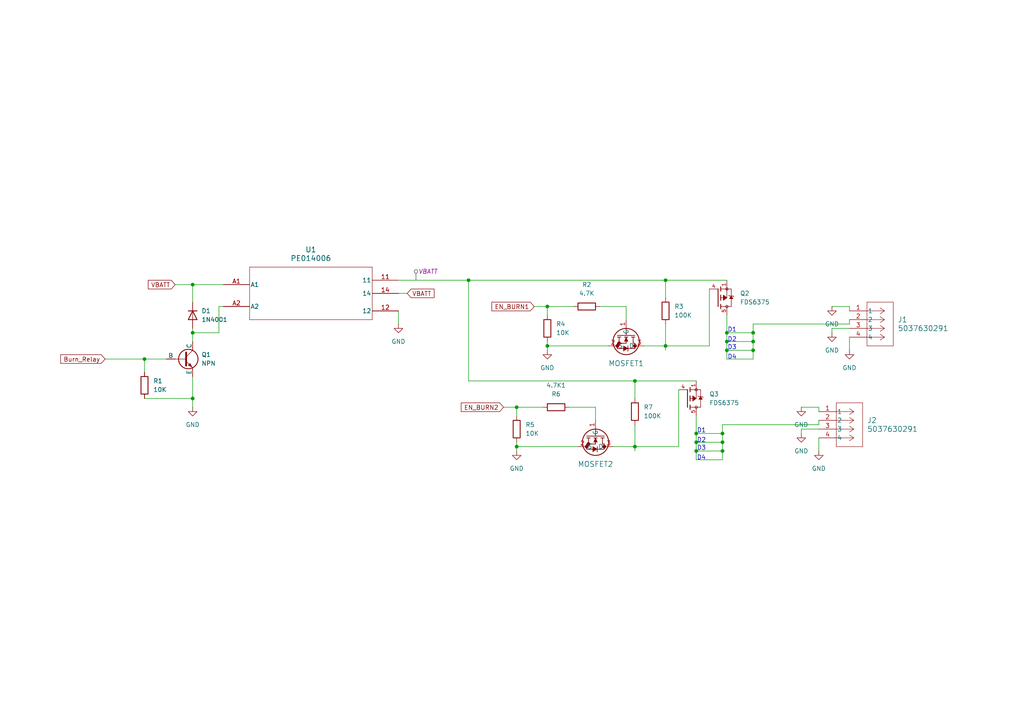
<source format=kicad_sch>
(kicad_sch (version 20231120) (generator "eeschema") (generator_version "8.0")
  (paper "A4")
  (title_block (title "Burn Circuit") (date "2024-09-10"))
  (lib_symbols
    (symbol "5037630291:5037630291" (pin_names (offset 0.254))
      (property "Reference" "J" (at 8.89 6.35 0))
      (property "Value" "5037630291" (at 0 0 0))
      (symbol "5037630291_1_1"
        (polyline (pts (xy 5.08 -10.16) (xy 12.7 -10.16)) (stroke (width 0.127)))
        (polyline (pts (xy 5.08 2.54) (xy 5.08 -10.16)) (stroke (width 0.127)))
        (polyline (pts (xy 10.16 -7.62) (xy 5.08 -7.62)) (stroke (width 0.127)))
        (polyline (pts (xy 10.16 -7.62) (xy 8.89 -8.4667)) (stroke (width 0.127)))
        (polyline (pts (xy 10.16 -7.62) (xy 8.89 -6.7733)) (stroke (width 0.127)))
        (polyline (pts (xy 10.16 -5.08) (xy 5.08 -5.08)) (stroke (width 0.127)))
        (polyline (pts (xy 10.16 -5.08) (xy 8.89 -5.9267)) (stroke (width 0.127)))
        (polyline (pts (xy 10.16 -5.08) (xy 8.89 -4.2333)) (stroke (width 0.127)))
        (polyline (pts (xy 10.16 -2.54) (xy 5.08 -2.54)) (stroke (width 0.127)))
        (polyline (pts (xy 10.16 -2.54) (xy 8.89 -3.3867)) (stroke (width 0.127)))
        (polyline (pts (xy 10.16 -2.54) (xy 8.89 -1.6933)) (stroke (width 0.127)))
        (polyline (pts (xy 10.16 0) (xy 5.08 0)) (stroke (width 0.127)))
        (polyline (pts (xy 10.16 0) (xy 8.89 -0.8467)) (stroke (width 0.127)))
        (polyline (pts (xy 10.16 0) (xy 8.89 0.8467)) (stroke (width 0.127)))
        (polyline (pts (xy 12.7 -10.16) (xy 12.7 2.54)) (stroke (width 0.127)))
        (polyline (pts (xy 12.7 2.54) (xy 5.08 2.54)) (stroke (width 0.127)))
        (pin unspecified line (at 0 0 0) (length 5.08) (name "1") (number "1"))
        (pin unspecified line (at 0 -2.54 0) (length 5.08) (name "2") (number "2"))
        (pin unspecified line (at 0 -5.08 0) (length 5.08) (name "3") (number "3"))
        (pin unspecified line (at 0 -7.62 0) (length 5.08) (name "4") (number "4"))
      )
      (symbol "5037630291_1_2"
        (polyline (pts (xy 5.08 -10.16) (xy 12.7 -10.16)) (stroke (width 0.127)))
        (polyline (pts (xy 5.08 2.54) (xy 5.08 -10.16)) (stroke (width 0.127)))
        (polyline (pts (xy 7.62 -7.62) (xy 5.08 -7.62)) (stroke (width 0.127)))
        (polyline (pts (xy 7.62 -7.62) (xy 8.89 -8.4667)) (stroke (width 0.127)))
        (polyline (pts (xy 7.62 -7.62) (xy 8.89 -6.7733)) (stroke (width 0.127)))
        (polyline (pts (xy 7.62 -5.08) (xy 5.08 -5.08)) (stroke (width 0.127)))
        (polyline (pts (xy 7.62 -5.08) (xy 8.89 -5.9267)) (stroke (width 0.127)))
        (polyline (pts (xy 7.62 -5.08) (xy 8.89 -4.2333)) (stroke (width 0.127)))
        (polyline (pts (xy 7.62 -2.54) (xy 5.08 -2.54)) (stroke (width 0.127)))
        (polyline (pts (xy 7.62 -2.54) (xy 8.89 -3.3867)) (stroke (width 0.127)))
        (polyline (pts (xy 7.62 -2.54) (xy 8.89 -1.6933)) (stroke (width 0.127)))
        (polyline (pts (xy 7.62 0) (xy 5.08 0)) (stroke (width 0.127)))
        (polyline (pts (xy 7.62 0) (xy 8.89 -0.8467)) (stroke (width 0.127)))
        (polyline (pts (xy 7.62 0) (xy 8.89 0.8467)) (stroke (width 0.127)))
        (polyline (pts (xy 12.7 -10.16) (xy 12.7 2.54)) (stroke (width 0.127)))
        (polyline (pts (xy 12.7 2.54) (xy 5.08 2.54)) (stroke (width 0.127)))
        (pin unspecified line (at 0 0 0) (length 5.08) (name "1") (number "1"))
        (pin unspecified line (at 0 -2.54 0) (length 5.08) (name "2") (number "2"))
        (pin unspecified line (at 0 -5.08 0) (length 5.08) (name "3") (number "3"))
        (pin unspecified line (at 0 -7.62 0) (length 5.08) (name "4") (number "4"))
      )
    )
    (symbol "Device:R" (pin_numbers hide) (pin_names (offset 0))
      (property "Reference" "R" (at 2.032 0 90))
      (property "Value" "R" (at 0 0 90))
      (symbol "R_0_1"
        (rectangle (start -1.016 -2.54) (end 1.016 2.54) (stroke (width 0.254)))
      )
      (symbol "R_1_1"
        (pin passive line (at 0 3.81 270) (length 1.27) (name "~") (number "1"))
        (pin passive line (at 0 -3.81 90) (length 1.27) (name "~") (number "2"))
      )
    )
    (symbol "Diode:1N4001" (pin_numbers hide) (pin_names hide)
      (property "Reference" "D" (at 0 2.54 0))
      (property "Value" "1N4001" (at 0 -2.54 0))
      (symbol "1N4001_0_1"
        (polyline (pts (xy -1.27 1.27) (xy -1.27 -1.27)) (stroke (width 0.254)))
        (polyline (pts (xy 1.27 0) (xy -1.27 0)))
        (polyline (pts (xy 1.27 1.27) (xy 1.27 -1.27) (xy -1.27 0) (xy 1.27 1.27)) (stroke (width 0.254)))
      )
      (symbol "1N4001_1_1"
        (pin passive line (at -3.81 0 0) (length 2.54) (name "K") (number "1"))
        (pin passive line (at 3.81 0 180) (length 2.54) (name "A") (number "2"))
      )
    )
    (symbol "FDS6375:FDS6375" (pin_names (offset 1.016))
      (property "Reference" "Q" (at -8.89 3.81 0))
      (property "Value" "FDS6375" (at -8.89 -6.35 0))
      (symbol "FDS6375_0_0"
        (polyline (pts (xy 0 -2.54) (xy 0 2.54)) (stroke (width 0.254)))
        (polyline (pts (xy 0.762 -3.175) (xy 0.762 -2.54)) (stroke (width 0.254)))
        (polyline (pts (xy 0.762 -2.54) (xy 0.762 -1.905)) (stroke (width 0.254)))
        (polyline (pts (xy 0.762 -2.54) (xy 3.81 -2.54)) (stroke (width 0.1524)))
        (polyline (pts (xy 0.762 -0.762) (xy 0.762 0)) (stroke (width 0.254)))
        (polyline (pts (xy 0.762 0) (xy 0.762 0.762)) (stroke (width 0.254)))
        (polyline (pts (xy 0.762 0) (xy 2.54 0)) (stroke (width 0.1524)))
        (polyline (pts (xy 0.762 1.905) (xy 0.762 2.54)) (stroke (width 0.254)))
        (polyline (pts (xy 0.762 2.54) (xy 0.762 3.175)) (stroke (width 0.254)))
        (polyline (pts (xy 2.54 0) (xy 2.54 2.54)) (stroke (width 0.1524)))
        (polyline (pts (xy 2.54 2.54) (xy 0.762 2.54)) (stroke (width 0.1524)))
        (polyline (pts (xy 2.54 2.54) (xy 3.81 2.54)) (stroke (width 0.1524)))
        (polyline (pts (xy 3.048 0.762) (xy 3.302 0.508)) (stroke (width 0.1524)))
        (polyline (pts (xy 3.302 0.508) (xy 3.81 0.508)) (stroke (width 0.1524)))
        (polyline (pts (xy 3.81 -2.54) (xy 3.81 0.508)) (stroke (width 0.1524)))
        (polyline (pts (xy 3.81 0.508) (xy 3.81 2.54)) (stroke (width 0.1524)))
        (polyline (pts (xy 3.81 0.508) (xy 4.318 0.508)) (stroke (width 0.1524)))
        (polyline (pts (xy 4.318 0.508) (xy 4.572 0.254)) (stroke (width 0.1524)))
        (polyline (pts (xy 2.54 0) (xy 1.524 0.762) (xy 1.524 -0.762) (xy 2.54 0)) (stroke (width 0.1524)) (fill (type outline)))
        (polyline (pts (xy 3.81 0.508) (xy 4.318 -0.254) (xy 3.302 -0.254) (xy 3.81 0.508)) (stroke (width 0.1524)) (fill (type outline)))
        (circle (center 2.54 -2.54) (radius 0.3592))
        (circle (center 2.54 2.54) (radius 0.3592))
        (pin passive line (at 2.54 5.08 270) (length 2.54) (name "~") (number "1"))
        (pin passive line (at -2.54 2.54 0) (length 2.54) (name "~") (number "4"))
        (pin passive line (at 2.54 -5.08 90) (length 2.54) (name "~") (number "5"))
      )
    )
    (symbol "IRLML2803:IRLML2803TRPBF" (pin_names (offset 0.254))
      (property "Reference" "MOSFET" (at 11.43 1.905 0))
      (property "Value" "IRLML2803TRPBF" (at 11.43 -2.54 0))
      (symbol "IRLML2803TRPBF_0_1"
        (polyline (pts (xy 2.54 0) (xy 4.445 0)) (stroke (width 0.2032)))
        (polyline (pts (xy 4.572 -2.54) (xy 4.572 2.54)) (stroke (width 0.2032)))
        (polyline (pts (xy 5.08 -2.54) (xy 5.08 -1.524)) (stroke (width 0.2032)))
        (polyline (pts (xy 5.08 -2.032) (xy 6.858 -2.032)) (stroke (width 0.2032)))
        (polyline (pts (xy 5.08 -0.508) (xy 5.08 0.508)) (stroke (width 0.2032)))
        (polyline (pts (xy 5.08 1.524) (xy 5.08 2.54)) (stroke (width 0.2032)))
        (polyline (pts (xy 5.08 2.032) (xy 6.858 2.032)) (stroke (width 0.2032)))
        (polyline (pts (xy 6.35 0) (xy 6.858 0)) (stroke (width 0.2032)))
        (polyline (pts (xy 6.858 -2.54) (xy 6.858 0)) (stroke (width 0.2032)))
        (polyline (pts (xy 6.858 -2.54) (xy 8.382 -2.54)) (stroke (width 0.2032)))
        (polyline (pts (xy 6.858 2.032) (xy 6.858 2.54)) (stroke (width 0.2032)))
        (polyline (pts (xy 6.858 2.54) (xy 8.382 2.54)) (stroke (width 0.2032)))
        (polyline (pts (xy 8.382 -2.54) (xy 8.382 -0.762)) (stroke (width 0.2032)))
        (polyline (pts (xy 8.382 0.508) (xy 8.382 2.54)) (stroke (width 0.2032)))
        (polyline (pts (xy 9.144 0.508) (xy 7.62 0.508)) (stroke (width 0.2032)))
        (polyline (pts (xy 6.35 0.508) (xy 5.08 0) (xy 6.35 -0.508)) (fill (type outline)))
        (polyline (pts (xy 9.144 -0.762) (xy 7.62 -0.762) (xy 8.382 0.508)) (fill (type outline)))
        (circle (center 6.35 0) (radius 3.81) (stroke (width 0.254)))
        (circle (center 6.858 -2.032) (radius 0.0254) (stroke (width 0.508)))
        (circle (center 7.62 -2.54) (radius 0.0254) (stroke (width 0.508)))
        (circle (center 7.62 2.54) (radius 0.0254) (stroke (width 0.508)))
        (pin unspecified line (at 0 0 0) (length 2.54) (name "G") (number "1"))
        (pin unspecified line (at 7.62 -5.08 90) (length 2.54) (name "S") (number "2"))
        (pin unspecified line (at 7.62 5.08 270) (length 2.54) (name "D") (number "3"))
      )
    )
    (symbol "PE014006:PE014006" (pin_names (offset 0.254))
      (property "Reference" "U" (at 25.4 10.16 0))
      (property "Value" "PE014006" (at 25.4 7.62 0))
      (symbol "PE014006_0_1"
        (polyline (pts (xy 7.62 -10.16) (xy 43.18 -10.16)) (stroke (width 0.127)))
        (polyline (pts (xy 7.62 5.08) (xy 7.62 -10.16)) (stroke (width 0.127)))
        (polyline (pts (xy 43.18 -10.16) (xy 43.18 5.08)) (stroke (width 0.127)))
        (polyline (pts (xy 43.18 5.08) (xy 7.62 5.08)) (stroke (width 0.127)))
        (pin unspecified line (at 50.8 1.27 180) (length 7.62) (name "11") (number "11"))
        (pin unspecified line (at 0 0 0) (length 7.62) (name "A1") (number "A1"))
        (pin unspecified line (at 0 -6.35 0) (length 7.62) (name "A2") (number "A2"))
      )
      (symbol "PE014006_1_1"
        (pin unspecified line (at 50.8 -7.62 180) (length 7.62) (name "12") (number "12"))
        (pin unspecified line (at 50.8 -2.54 180) (length 7.62) (name "14") (number "14"))
      )
    )
    (symbol "Simulation_SPICE:NPN" (pin_numbers hide) (pin_names (offset 0))
      (property "Reference" "Q" (at -2.54 7.62 0))
      (property "Value" "NPN" (at -2.54 5.08 0))
      (symbol "NPN_0_1"
        (polyline (pts (xy -2.54 0) (xy 0.635 0)) (stroke (width 0.1524)))
        (polyline (pts (xy 0.635 0.635) (xy 2.54 2.54)))
        (polyline (pts (xy 2.794 -1.27) (xy 2.794 -1.27)) (stroke (width 0.1524)))
        (polyline (pts (xy 2.794 -1.27) (xy 2.794 -1.27)) (stroke (width 0.1524)))
        (polyline (pts (xy 0.635 -0.635) (xy 2.54 -2.54) (xy 2.54 -2.54)))
        (polyline (pts (xy 0.635 1.905) (xy 0.635 -1.905) (xy 0.635 -1.905)) (stroke (width 0.508)))
        (polyline (pts (xy 1.27 -1.778) (xy 1.778 -1.27) (xy 2.286 -2.286) (xy 1.27 -1.778) (xy 1.27 -1.778)) (fill (type outline)))
        (circle (center 1.27 0) (radius 2.8194) (stroke (width 0.254)))
      )
      (symbol "NPN_1_1"
        (pin open_collector line (at 2.54 5.08 270) (length 2.54) (name "C") (number "1"))
        (pin input line (at -5.08 0 0) (length 2.54) (name "B") (number "2"))
        (pin open_emitter line (at 2.54 -5.08 90) (length 2.54) (name "E") (number "3"))
      )
    )
    (symbol "power:GND" (power) (pin_numbers hide) (pin_names (offset 0) hide)
      (property "Value" "GND" (at 0 -3.81 0))
      (symbol "GND_0_1"
        (polyline (pts (xy 0 0) (xy 0 -1.27) (xy 1.27 -1.27) (xy 0 -2.54) (xy -1.27 -1.27) (xy 0 -1.27)))
      )
      (symbol "GND_1_1"
        (pin power_in line (at 0 0 270) (length 0) (name "~") (number "1"))
      )
    )
  )
  (junction (at 149.86 118.11))
  (junction (at 41.91 104.14))
  (junction (at 184.15 110.49))
  (junction (at 201.93 130.81))
  (junction (at 210.82 101.6))
  (junction (at 149.86 129.54))
  (junction (at 218.44 96.52))
  (junction (at 184.15 129.54))
  (junction (at 209.55 125.73))
  (junction (at 135.89 81.28))
  (junction (at 209.55 128.27))
  (junction (at 209.55 130.81))
  (junction (at 201.93 128.27))
  (junction (at 210.82 99.06))
  (junction (at 218.44 101.6))
  (junction (at 193.04 100.33))
  (junction (at 218.44 99.06))
  (junction (at 158.75 100.33))
  (junction (at 55.88 96.52))
  (junction (at 201.93 125.73))
  (junction (at 210.82 96.52))
  (junction (at 55.88 82.55))
  (junction (at 55.88 115.57))
  (junction (at 193.04 81.28))
  (junction (at 158.75 88.9))
  (wire (pts (xy 184.15 110.49) (xy 184.15 115.57)))
  (wire (pts (xy 210.82 96.52) (xy 218.44 96.52)))
  (wire (pts (xy 237.49 123.19) (xy 237.49 121.92)))
  (wire (pts (xy 193.04 100.33) (xy 205.74 100.33)))
  (wire (pts (xy 55.88 99.06) (xy 55.88 96.52)))
  (wire (pts (xy 158.75 99.06) (xy 158.75 100.33)))
  (wire (pts (xy 50.8 82.55) (xy 55.88 82.55)))
  (wire (pts (xy 41.91 115.57) (xy 55.88 115.57)))
  (wire (pts (xy 184.15 129.54) (xy 196.85 129.54)))
  (wire (pts (xy 149.86 129.54) (xy 167.64 129.54)))
  (wire (pts (xy 135.89 81.28) (xy 193.04 81.28)))
  (wire (pts (xy 154.94 88.9) (xy 158.75 88.9)))
  (wire (pts (xy 184.15 110.49) (xy 201.93 110.49)))
  (wire (pts (xy 237.49 127) (xy 237.49 130.81)))
  (wire (pts (xy 149.86 129.54) (xy 149.86 130.81)))
  (wire (pts (xy 193.04 81.28) (xy 210.82 81.28)))
  (wire (pts (xy 210.82 104.14) (xy 218.44 104.14)))
  (wire (pts (xy 210.82 101.6) (xy 218.44 101.6)))
  (wire (pts (xy 201.93 125.73) (xy 201.93 128.27)))
  (wire (pts (xy 209.55 133.35) (xy 209.55 130.81)))
  (wire (pts (xy 184.15 130.81) (xy 184.15 129.54)))
  (wire (pts (xy 135.89 81.28) (xy 135.89 110.49)))
  (wire (pts (xy 237.49 118.11) (xy 232.41 118.11)))
  (wire (pts (xy 146.05 118.11) (xy 149.86 118.11)))
  (wire (pts (xy 210.82 96.52) (xy 210.82 99.06)))
  (wire (pts (xy 135.89 110.49) (xy 184.15 110.49)))
  (wire (pts (xy 246.38 95.25) (xy 241.3 95.25)))
  (wire (pts (xy 63.5 88.9) (xy 64.77 88.9)))
  (wire (pts (xy 210.82 99.06) (xy 210.82 101.6)))
  (wire (pts (xy 218.44 96.52) (xy 218.44 93.98)))
  (wire (pts (xy 232.41 124.46) (xy 232.41 125.73)))
  (wire (pts (xy 165.1 118.11) (xy 172.72 118.11)))
  (wire (pts (xy 118.11 85.09) (xy 115.57 85.09)))
  (wire (pts (xy 55.88 87.63) (xy 55.88 82.55)))
  (wire (pts (xy 41.91 104.14) (xy 41.91 107.95)))
  (wire (pts (xy 246.38 93.98) (xy 246.38 92.71)))
  (wire (pts (xy 158.75 88.9) (xy 166.37 88.9)))
  (wire (pts (xy 201.93 130.81) (xy 209.55 130.81)))
  (wire (pts (xy 55.88 109.22) (xy 55.88 115.57)))
  (wire (pts (xy 218.44 104.14) (xy 218.44 101.6)))
  (wire (pts (xy 181.61 88.9) (xy 181.61 92.71)))
  (wire (pts (xy 241.3 95.25) (xy 241.3 96.52)))
  (wire (pts (xy 210.82 101.6) (xy 210.82 104.14)))
  (wire (pts (xy 201.93 133.35) (xy 209.55 133.35)))
  (wire (pts (xy 218.44 101.6) (xy 218.44 99.06)))
  (wire (pts (xy 158.75 100.33) (xy 158.75 101.6)))
  (wire (pts (xy 246.38 88.9) (xy 241.3 88.9)))
  (wire (pts (xy 158.75 100.33) (xy 176.53 100.33)))
  (wire (pts (xy 184.15 123.19) (xy 184.15 129.54)))
  (wire (pts (xy 158.75 91.44) (xy 158.75 88.9)))
  (wire (pts (xy 209.55 123.19) (xy 237.49 123.19)))
  (wire (pts (xy 63.5 96.52) (xy 63.5 88.9)))
  (wire (pts (xy 55.88 96.52) (xy 63.5 96.52)))
  (wire (pts (xy 173.99 88.9) (xy 181.61 88.9)))
  (wire (pts (xy 237.49 124.46) (xy 232.41 124.46)))
  (wire (pts (xy 237.49 119.38) (xy 237.49 118.11)))
  (wire (pts (xy 55.88 82.55) (xy 64.77 82.55)))
  (wire (pts (xy 48.26 104.14) (xy 41.91 104.14)))
  (wire (pts (xy 115.57 81.28) (xy 135.89 81.28)))
  (wire (pts (xy 55.88 118.11) (xy 55.88 115.57)))
  (wire (pts (xy 218.44 99.06) (xy 218.44 96.52)))
  (wire (pts (xy 177.8 129.54) (xy 184.15 129.54)))
  (wire (pts (xy 149.86 128.27) (xy 149.86 129.54)))
  (wire (pts (xy 149.86 120.65) (xy 149.86 118.11)))
  (wire (pts (xy 196.85 129.54) (xy 196.85 113.03)))
  (wire (pts (xy 218.44 93.98) (xy 246.38 93.98)))
  (wire (pts (xy 205.74 100.33) (xy 205.74 83.82)))
  (wire (pts (xy 246.38 90.17) (xy 246.38 88.9)))
  (wire (pts (xy 186.69 100.33) (xy 193.04 100.33)))
  (wire (pts (xy 201.93 120.65) (xy 201.93 125.73)))
  (wire (pts (xy 193.04 93.98) (xy 193.04 100.33)))
  (wire (pts (xy 209.55 128.27) (xy 209.55 125.73)))
  (wire (pts (xy 209.55 130.81) (xy 209.55 128.27)))
  (wire (pts (xy 30.48 104.14) (xy 41.91 104.14)))
  (wire (pts (xy 115.57 90.17) (xy 115.57 93.98)))
  (wire (pts (xy 201.93 128.27) (xy 201.93 130.81)))
  (wire (pts (xy 55.88 96.52) (xy 55.88 95.25)))
  (wire (pts (xy 210.82 91.44) (xy 210.82 96.52)))
  (wire (pts (xy 201.93 130.81) (xy 201.93 133.35)))
  (wire (pts (xy 193.04 101.6) (xy 193.04 100.33)))
  (wire (pts (xy 149.86 118.11) (xy 157.48 118.11)))
  (wire (pts (xy 246.38 97.79) (xy 246.38 101.6)))
  (wire (pts (xy 172.72 118.11) (xy 172.72 121.92)))
  (wire (pts (xy 210.82 99.06) (xy 218.44 99.06)))
  (wire (pts (xy 209.55 125.73) (xy 209.55 123.19)))
  (wire (pts (xy 193.04 81.28) (xy 193.04 86.36)))
  (wire (pts (xy 201.93 125.73) (xy 209.55 125.73)))
  (wire (pts (xy 201.93 128.27) (xy 209.55 128.27)))
  (text "D4\n" (at 203.454 132.842 0) (effects (font (size 1.27 1.27))))
  (text "D4\n" (at 212.344 103.632 0) (effects (font (size 1.27 1.27))))
  (text "D3\n" (at 203.454 130.048 0) (effects (font (size 1.27 1.27))))
  (text "D1\n" (at 203.454 124.968 0) (effects (font (size 1.27 1.27))))
  (text "D3\n" (at 212.344 100.838 0) (effects (font (size 1.27 1.27))))
  (text "D2\n" (at 203.454 127.762 0) (effects (font (size 1.27 1.27))))
  (text "D1\n" (at 212.344 95.758 0) (effects (font (size 1.27 1.27))))
  (text "D2\n" (at 212.344 98.552 0) (effects (font (size 1.27 1.27))))
  (global_label "EN_BURN1" (shape input) (at 154.94 88.9 180) (property "Intersheetrefs" "${INTERSHEET_REFS}" (effects (hide yes))))
  (global_label "VBATT" (shape input) (at 118.11 85.09 0) (property "Intersheetrefs" "${INTERSHEET_REFS}" (effects (hide yes))))
  (global_label "VBATT" (shape input) (at 50.8 82.55 180) (property "Intersheetrefs" "${INTERSHEET_REFS}" (effects (hide yes))))
  (global_label "Burn_Relay" (shape input) (at 30.48 104.14 180) (property "Intersheetrefs" "${INTERSHEET_REFS}" (effects (hide yes))))
  (global_label "EN_BURN2" (shape input) (at 146.05 118.11 180) (property "Intersheetrefs" "${INTERSHEET_REFS}" (effects (hide yes))))
  (netclass_flag "" (length 2.54) (shape round) (at 120.65 81.28 0) (property "Netclass" "VBATT" (at 121.3485 78.74 0) (effects (font (italic yes)) (justify left))))
  (symbol (lib_id "Device:R") (at 149.86 124.46 0) (unit 1)
    (property "Reference" "R5" (at 152.4 123.1899 0) (effects (justify left)))
    (property "Value" "10K" (at 152.4 125.7299 0) (effects (justify left)))
    (property "Footprint" "Resistor_THT:R_Axial_DIN0204_L3.6mm_D1.6mm_P7.62mm_Horizontal" (effects (hide yes)))
    (property "Description" "Resistor" (effects (hide yes)))
  )
  (symbol (lib_id "power:GND") (at 158.75 101.6 0) (unit 1)
    (property "Reference" "#PWR03" (effects (hide yes)))
    (property "Value" "GND" (at 158.75 106.68 0))
    (property "Description" "Power symbol creates a global label with name \"GND\" , ground" (effects (hide yes)))
  )
  (symbol (lib_id "FDS6375:FDS6375") (at 199.39 115.57 0) (unit 1)
    (property "Reference" "Q3" (at 205.74 114.2999 0) (effects (justify left)))
    (property "Value" "FDS6375" (at 205.74 116.8399 0) (effects (justify left)))
    (property "Footprint" "FDS6375 (1):SOIC127P600X175-8N" (effects (hide yes)))
    (property "PARTREV" "24 AUG 2017" (effects (hide yes)))
    (property "STANDARD" "IPC 7351B" (effects (hide yes)))
    (property "MAXIMUM_PACKAGE_HEIGHT" "1.75 mm" (effects (hide yes)))
    (property "MANUFACTURER" "ON Semiconductor" (effects (hide yes)))
  )
  (symbol (lib_id "power:GND") (at 237.49 130.81 0) (unit 1)
    (property "Reference" "#PWR010" (effects (hide yes)))
    (property "Value" "GND" (at 237.49 135.89 0))
    (property "Description" "Power symbol creates a global label with name \"GND\" , ground" (effects (hide yes)))
  )
  (symbol (lib_id "power:GND") (at 241.3 88.9 0) (unit 1)
    (property "Reference" "#PWR05" (effects (hide yes)))
    (property "Value" "GND" (at 241.3 93.98 0))
    (property "Description" "Power symbol creates a global label with name \"GND\" , ground" (effects (hide yes)))
  )
  (symbol (lib_id "power:GND") (at 246.38 101.6 0) (unit 1)
    (property "Reference" "#PWR07" (effects (hide yes)))
    (property "Value" "GND" (at 246.38 106.68 0))
    (property "Description" "Power symbol creates a global label with name \"GND\" , ground" (effects (hide yes)))
  )
  (symbol (lib_id "Device:R") (at 41.91 111.76 0) (unit 1)
    (property "Reference" "R1" (at 44.45 110.4899 0) (effects (justify left)))
    (property "Value" "10K" (at 44.45 113.0299 0) (effects (justify left)))
    (property "Footprint" "Resistor_THT:R_Axial_DIN0207_L6.3mm_D2.5mm_P10.16mm_Horizontal" (effects (hide yes)))
    (property "Description" "Resistor" (effects (hide yes)))
  )
  (symbol (lib_id "power:GND") (at 55.88 118.11 0) (unit 1)
    (property "Reference" "#PWR01" (effects (hide yes)))
    (property "Value" "GND" (at 55.88 123.19 0))
    (property "Description" "Power symbol creates a global label with name \"GND\" , ground" (effects (hide yes)))
  )
  (symbol (lib_id "power:GND") (at 149.86 130.81 0) (unit 1)
    (property "Reference" "#PWR04" (effects (hide yes)))
    (property "Value" "GND" (at 149.86 135.89 0))
    (property "Description" "Power symbol creates a global label with name \"GND\" , ground" (effects (hide yes)))
  )
  (symbol (lib_id "power:GND") (at 232.41 125.73 0) (unit 1)
    (property "Reference" "#PWR09" (effects (hide yes)))
    (property "Value" "GND" (at 232.41 130.81 0))
    (property "Description" "Power symbol creates a global label with name \"GND\" , ground" (effects (hide yes)))
  )
  (symbol (lib_id "Device:R") (at 184.15 119.38 0) (unit 1)
    (property "Reference" "R7" (at 186.69 118.1099 0) (effects (justify left)))
    (property "Value" "100K" (at 186.69 120.6499 0) (effects (justify left)))
    (property "Footprint" "100K resistor:YAG_RSF100_YAG" (effects (hide yes)))
    (property "Description" "Resistor" (effects (hide yes)))
  )
  (symbol (lib_id "Device:R") (at 161.29 118.11 90) (unit 1)
    (property "Reference" "4.7K1" (at 161.29 111.76 90))
    (property "Value" "R6" (at 161.29 114.3 90))
    (property "Footprint" "Resistor_THT:R_Axial_DIN0204_L3.6mm_D1.6mm_P7.62mm_Horizontal" (effects (hide yes)))
    (property "Description" "Resistor" (effects (hide yes)))
  )
  (symbol (lib_id "power:GND") (at 241.3 96.52 0) (unit 1)
    (property "Reference" "#PWR06" (effects (hide yes)))
    (property "Value" "GND" (at 241.3 101.6 0))
    (property "Description" "Power symbol creates a global label with name \"GND\" , ground" (effects (hide yes)))
  )
  (symbol (lib_id "Device:R") (at 193.04 90.17 0) (unit 1)
    (property "Reference" "R3" (at 195.58 88.8999 0) (effects (justify left)))
    (property "Value" "100K" (at 195.58 91.4399 0) (effects (justify left)))
    (property "Footprint" "100K resistor:YAG_RSF100_YAG" (effects (hide yes)))
    (property "Description" "Resistor" (effects (hide yes)))
  )
  (symbol (lib_id "5037630291:5037630291") (at 237.49 119.38 0) (unit 1)
    (property "Reference" "J2" (at 251.46 121.9199 0) (effects (font (size 1.524 1.524)) (justify left)))
    (property "Value" "5037630291" (at 251.46 124.4599 0) (effects (font (size 1.524 1.524)) (justify left)))
    (property "Footprint" "5037630291:CON_5037630291" (effects (hide yes)))
    (property "Datasheet" "5037630291" (effects (hide yes)))
  )
  (symbol (lib_id "Diode:1N4001") (at 55.88 91.44 270) (unit 1)
    (property "Reference" "D1" (at 58.42 90.1699 90) (effects (justify left)))
    (property "Value" "1N4001" (at 58.42 92.7099 90) (effects (justify left)))
    (property "Footprint" "Diode_THT:D_DO-41_SOD81_P10.16mm_Horizontal" (effects (hide yes)))
    (property "Datasheet" "http://www.vishay.com/docs/88503/1n4001.pdf" (effects (hide yes)))
    (property "Description" "50V 1A General Purpose Rectifier Diode, DO-41" (effects (hide yes)))
    (property "Sim.Device" "D" (effects (hide yes)))
    (property "Sim.Pins" "1=K 2=A" (effects (hide yes)))
  )
  (symbol (lib_id "power:GND") (at 232.41 118.11 0) (unit 1)
    (property "Reference" "#PWR08" (effects (hide yes)))
    (property "Value" "GND" (at 232.41 123.19 0))
    (property "Description" "Power symbol creates a global label with name \"GND\" , ground" (effects (hide yes)))
  )
  (symbol (lib_id "5037630291:5037630291") (at 246.38 90.17 0) (unit 1)
    (property "Reference" "J1" (at 260.35 92.7099 0) (effects (font (size 1.524 1.524)) (justify left)))
    (property "Value" "5037630291" (at 260.35 95.2499 0) (effects (font (size 1.524 1.524)) (justify left)))
    (property "Footprint" "5037630291:CON_5037630291" (effects (hide yes)))
    (property "Datasheet" "5037630291" (effects (hide yes)))
  )
  (symbol (lib_id "IRLML2803:IRLML2803TRPBF") (at 172.72 121.92 270) (unit 1)
    (property "Reference" "MOSFET2" (at 172.72 134.62 90) (effects (font (size 1.524 1.524))))
    (property "Value" "IRLML2803TRPBF" (effects (hide yes)))
    (property "Footprint" "MICRO3_SOT-23_INF" (effects (hide yes)))
    (property "Datasheet" "IRLML2803TRPBF" (effects (hide yes)))
  )
  (symbol (lib_id "power:GND") (at 115.57 93.98 0) (unit 1)
    (property "Reference" "#PWR02" (effects (hide yes)))
    (property "Value" "GND" (at 115.57 99.06 0))
    (property "Description" "Power symbol creates a global label with name \"GND\" , ground" (effects (hide yes)))
  )
  (symbol (lib_id "Device:R") (at 158.75 95.25 0) (unit 1)
    (property "Reference" "R4" (at 161.29 93.9799 0) (effects (justify left)))
    (property "Value" "10K" (at 161.29 96.5199 0) (effects (justify left)))
    (property "Footprint" "Resistor_THT:R_Axial_DIN0204_L3.6mm_D1.6mm_P7.62mm_Horizontal" (effects (hide yes)))
    (property "Description" "Resistor" (effects (hide yes)))
  )
  (symbol (lib_id "FDS6375:FDS6375") (at 208.28 86.36 0) (unit 1)
    (property "Reference" "Q2" (at 214.63 85.0899 0) (effects (justify left)))
    (property "Value" "FDS6375" (at 214.63 87.6299 0) (effects (justify left)))
    (property "Footprint" "FDS6375 (1):SOIC127P600X175-8N" (effects (hide yes)))
    (property "PARTREV" "24 AUG 2017" (effects (hide yes)))
    (property "STANDARD" "IPC 7351B" (effects (hide yes)))
    (property "MAXIMUM_PACKAGE_HEIGHT" "1.75 mm" (effects (hide yes)))
    (property "MANUFACTURER" "ON Semiconductor" (effects (hide yes)))
  )
  (symbol (lib_id "IRLML2803:IRLML2803TRPBF") (at 181.61 92.71 270) (unit 1)
    (property "Reference" "MOSFET1" (at 181.61 105.41 90) (effects (font (size 1.524 1.524))))
    (property "Value" "IRLML2803TRPBF" (effects (hide yes)))
    (property "Footprint" "MICRO3_SOT-23_INF" (effects (hide yes)))
    (property "Datasheet" "IRLML2803TRPBF" (effects (hide yes)))
  )
  (symbol (lib_id "Device:R") (at 170.18 88.9 90) (unit 1)
    (property "Reference" "R2" (at 170.18 82.55 90))
    (property "Value" "4.7K" (at 170.18 85.09 90))
    (property "Footprint" "Resistor_THT:R_Axial_DIN0204_L3.6mm_D1.6mm_P7.62mm_Horizontal" (effects (hide yes)))
    (property "Description" "Resistor" (effects (hide yes)))
  )
  (symbol (lib_id "PE014006:PE014006") (at 64.77 82.55 0) (unit 1)
    (property "Reference" "U1" (at 90.17 72.39 0) (effects (font (size 1.524 1.524))))
    (property "Value" "PE014006" (at 90.17 74.93 0) (effects (font (size 1.524 1.524))))
    (property "Footprint" "PE014006:RELAY5-PE_CO" (effects (hide yes)))
    (property "Datasheet" "PE014006" (effects (hide yes)))
  )
  (symbol (lib_id "Simulation_SPICE:NPN") (at 53.34 104.14 0) (unit 1)
    (property "Reference" "Q1" (at 58.42 102.8699 0) (effects (justify left)))
    (property "Value" "NPN" (at 58.42 105.4099 0) (effects (justify left)))
    (property "Datasheet" "https://ngspice.sourceforge.io/docs/ngspice-html-manual/manual.xhtml#cha_BJTs" (effects (hide yes)))
    (property "Description" "Bipolar transistor symbol for simulation only, substrate tied to the emitter" (effects (hide yes)))
    (property "Sim.Device" "NPN" (effects (hide yes)))
    (property "Sim.Type" "GUMMELPOON" (effects (hide yes)))
    (property "Sim.Pins" "1=C 2=B 3=E" (effects (hide yes)))
  )
)
</source>
